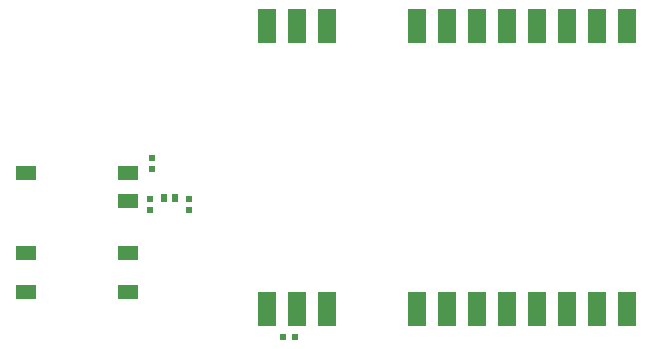
<source format=gbp>
G04*
G04 #@! TF.GenerationSoftware,Altium Limited,Altium Designer,19.0.12 (326)*
G04*
G04 Layer_Color=128*
%FSAX25Y25*%
%MOIN*%
G70*
G01*
G75*
%ADD67R,0.01968X0.02362*%
%ADD68R,0.02441X0.02244*%
%ADD69R,0.02362X0.02520*%
%ADD70R,0.07087X0.05118*%
%ADD71R,0.05906X0.11811*%
D67*
X0374476Y0298622D02*
D03*
X0378413D02*
D03*
D68*
X0343295Y0341110D02*
D03*
Y0344811D02*
D03*
X0330295Y0341110D02*
D03*
Y0344811D02*
D03*
X0330646Y0358311D02*
D03*
Y0354610D02*
D03*
D69*
X0334795Y0344961D02*
D03*
X0338575D02*
D03*
D70*
X0288846Y0326575D02*
D03*
Y0313583D02*
D03*
Y0353346D02*
D03*
X0322705Y0313583D02*
D03*
Y0326575D02*
D03*
Y0343898D02*
D03*
Y0353346D02*
D03*
D71*
X0369154Y0307972D02*
D03*
X0379154D02*
D03*
X0389154D02*
D03*
X0419154D02*
D03*
X0429154D02*
D03*
X0439154D02*
D03*
X0449154D02*
D03*
X0459154D02*
D03*
X0469154D02*
D03*
X0479154D02*
D03*
X0489154D02*
D03*
Y0402461D02*
D03*
X0479154D02*
D03*
X0469154D02*
D03*
X0459154D02*
D03*
X0449154D02*
D03*
X0439154D02*
D03*
X0429154D02*
D03*
X0419154D02*
D03*
X0389154D02*
D03*
X0379154D02*
D03*
X0369154D02*
D03*
M02*

</source>
